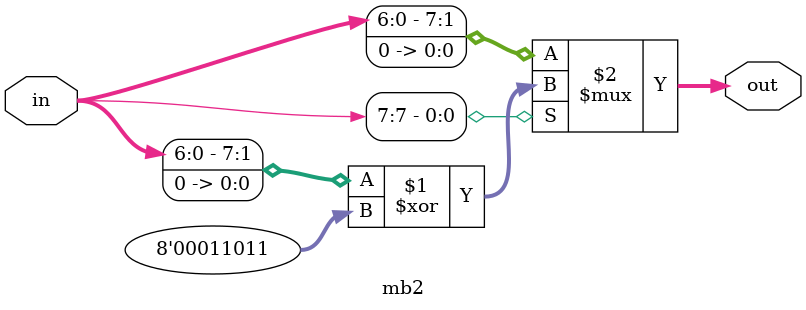
<source format=v>
module mb2(input  wire [7:0] in,
           output wire [7:0] out);
           
           
    assign out = in[7] ? ({in[6:0],1'b0} ^ 8'h1b) : {in[6:0],1'b0};

endmodule

</source>
